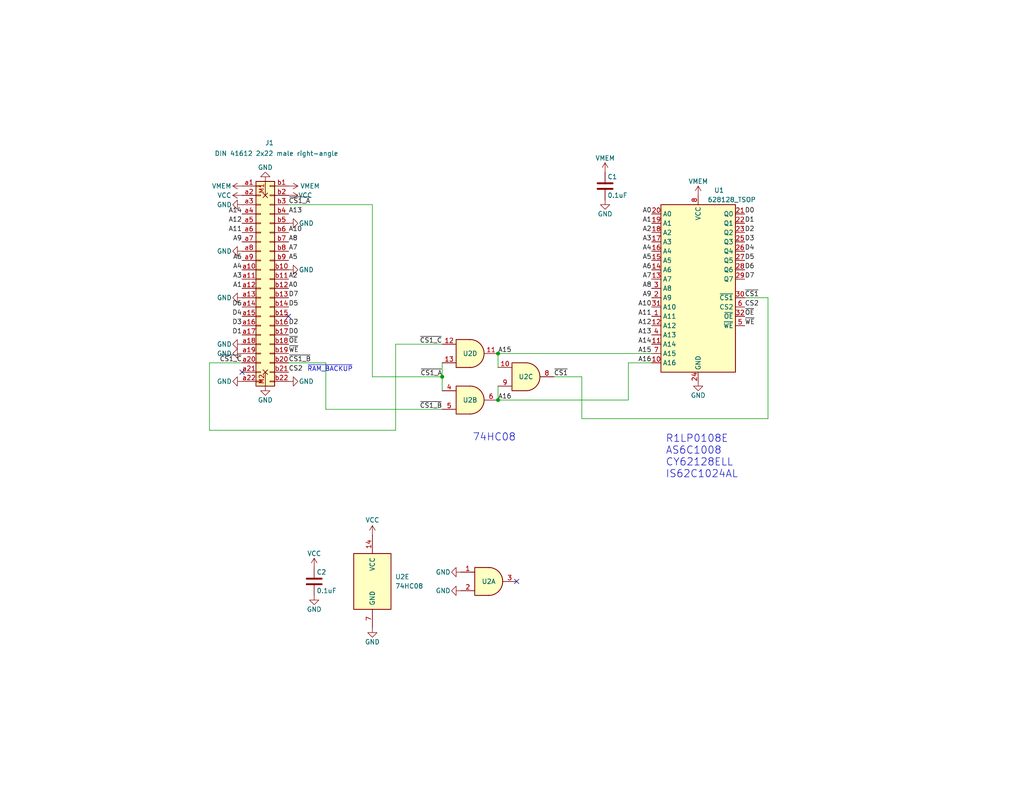
<source format=kicad_sch>
(kicad_sch (version 20211123) (generator eeschema)
  (paper "USLetter")
  (title_block (title "96K RAM for TANDY 600") (date "2022-10-29") (rev "tiny_012") (company "Brian K. White - b.kenyon.w@gmail.com") (comment 1 "CC-BY-SA") (comment 2 "Originally based on Model600Sram_v1.1 by Jayeson Lee-Steer") (comment 3 "Replaces TANDY Cat. No. 26-3910 \"OPRM\""))
  (lib_symbols
    (symbol "000_LOCAL:628128_TSOP"
      (property "Reference" "U" (at -10.16 23.495 0))
      (property "Value" "628128_TSOP" (at 2.54 23.495 0))
      (symbol "628128_TSOP_0_0"
        (pin power_in line (at 0 -25.4 90) (length 2.54) (name "GND") (number "24"))
        (pin power_in line (at 0 25.4 270) (length 2.54) (name "VCC") (number "8"))
      )
      (symbol "628128_TSOP_0_1"
        (rectangle (start -10.16 22.86) (end 10.16 -22.86) (stroke (width 0.254)) (fill (type background)))
      )
      (symbol "628128_TSOP_1_1"
        (pin input line (at -12.7 -7.62 0) (length 2.54) (name "A11") (number "1"))
        (pin input line (at -12.7 -20.32 0) (length 2.54) (name "A16") (number "10"))
        (pin input line (at -12.7 -15.24 0) (length 2.54) (name "A14") (number "11"))
        (pin input line (at -12.7 -10.16 0) (length 2.54) (name "A12") (number "12"))
        (pin input line (at -12.7 2.54 0) (length 2.54) (name "A7") (number "13"))
        (pin input line (at -12.7 5.08 0) (length 2.54) (name "A6") (number "14"))
        (pin input line (at -12.7 7.62 0) (length 2.54) (name "A5") (number "15"))
        (pin input line (at -12.7 10.16 0) (length 2.54) (name "A4") (number "16"))
        (pin input line (at -12.7 12.7 0) (length 2.54) (name "A3") (number "17"))
        (pin input line (at -12.7 15.24 0) (length 2.54) (name "A2") (number "18"))
        (pin input line (at -12.7 17.78 0) (length 2.54) (name "A1") (number "19"))
        (pin input line (at -12.7 -2.54 0) (length 2.54) (name "A9") (number "2"))
        (pin input line (at -12.7 20.32 0) (length 2.54) (name "A0") (number "20"))
        (pin tri_state line (at 12.7 20.32 180) (length 2.54) (name "Q0") (number "21"))
        (pin tri_state line (at 12.7 17.78 180) (length 2.54) (name "Q1") (number "22"))
        (pin tri_state line (at 12.7 15.24 180) (length 2.54) (name "Q2") (number "23"))
        (pin tri_state line (at 12.7 12.7 180) (length 2.54) (name "Q3") (number "25"))
        (pin tri_state line (at 12.7 10.16 180) (length 2.54) (name "Q4") (number "26"))
        (pin tri_state line (at 12.7 7.62 180) (length 2.54) (name "Q5") (number "27"))
        (pin tri_state line (at 12.7 5.08 180) (length 2.54) (name "Q6") (number "28"))
        (pin tri_state line (at 12.7 2.54 180) (length 2.54) (name "Q7") (number "29"))
        (pin input line (at -12.7 0 0) (length 2.54) (name "A8") (number "3"))
        (pin input line (at 12.7 -2.54 180) (length 2.54) (name "~{CS1}") (number "30"))
        (pin input line (at -12.7 -5.08 0) (length 2.54) (name "A10") (number "31"))
        (pin input line (at 12.7 -7.62 180) (length 2.54) (name "~{OE}") (number "32"))
        (pin input line (at -12.7 -12.7 0) (length 2.54) (name "A13") (number "4"))
        (pin input line (at 12.7 -10.16 180) (length 2.54) (name "~{WE}") (number "5"))
        (pin input line (at 12.7 -5.08 180) (length 2.54) (name "CS2") (number "6"))
        (pin input line (at -12.7 -17.78 0) (length 2.54) (name "A15") (number "7"))
        (pin no_connect line (at 10.16 -20.32 180) (length 2.54) hide (name "NC") (number "9"))
      )
    )
    (symbol "000_LOCAL:74HC08" (pin_names (offset 1.016))
      (property "Reference" "U" (at 0 1.27 0))
      (property "Value" "74HC08" (at 0 -1.27 0))
      (symbol "74HC08_1_1"
        (arc (start 0 -3.81) (mid 3.81 0) (end 0 3.81) (stroke (width 0.254)) (fill (type background)))
        (polyline (pts (xy 0 3.81) (xy -3.81 3.81) (xy -3.81 -3.81) (xy 0 -3.81)) (stroke (width 0.254)) (fill (type background)))
        (pin input line (at -7.62 2.54 0) (length 3.81) (name "~") (number "1"))
        (pin input line (at -7.62 -2.54 0) (length 3.81) (name "~") (number "2"))
        (pin output line (at 7.62 0 180) (length 3.81) (name "~") (number "3"))
      )
      (symbol "74HC08_1_2"
        (arc (start -3.81 -3.81) (mid -2.589 0) (end -3.81 3.81) (stroke (width 0.254)))
        (arc (start -0.6096 -3.81) (mid 2.1842 -2.5851) (end 3.81 0) (stroke (width 0.254)) (fill (type background)))
        (polyline (pts (xy -3.81 -3.81) (xy -0.635 -3.81)) (stroke (width 0.254)) (fill (type background)))
        (polyline (pts (xy -3.81 3.81) (xy -0.635 3.81)) (stroke (width 0.254)) (fill (type background)))
        (polyline (pts (xy -0.635 3.81) (xy -3.81 3.81) (xy -3.81 3.81) (xy -3.556 3.4036) (xy -3.0226 2.2606) (xy -2.6924 1.0414) (xy -2.6162 -0.254) (xy -2.7686 -1.4986) (xy -3.175 -2.7178) (xy -3.81 -3.81) (xy -3.81 -3.81) (xy -0.635 -3.81)) (stroke (width -25.4)) (fill (type background)))
        (arc (start 3.81 0) (mid 2.1915 2.5936) (end -0.6096 3.81) (stroke (width 0.254)) (fill (type background)))
        (pin input inverted (at -7.62 2.54 0) (length 4.318) (name "~") (number "1"))
        (pin input inverted (at -7.62 -2.54 0) (length 4.318) (name "~") (number "2"))
        (pin output inverted (at 7.62 0 180) (length 3.81) (name "~") (number "3"))
      )
      (symbol "74HC08_2_1"
        (arc (start 0 -3.81) (mid 3.81 0) (end 0 3.81) (stroke (width 0.254)) (fill (type background)))
        (polyline (pts (xy 0 3.81) (xy -3.81 3.81) (xy -3.81 -3.81) (xy 0 -3.81)) (stroke (width 0.254)) (fill (type background)))
        (pin input line (at -7.62 2.54 0) (length 3.81) (name "~") (number "4"))
        (pin input line (at -7.62 -2.54 0) (length 3.81) (name "~") (number "5"))
        (pin output line (at 7.62 0 180) (length 3.81) (name "~") (number "6"))
      )
      (symbol "74HC08_2_2"
        (arc (start -3.81 -3.81) (mid -2.589 0) (end -3.81 3.81) (stroke (width 0.254)))
        (arc (start -0.6096 -3.81) (mid 2.1842 -2.5851) (end 3.81 0) (stroke (width 0.254)) (fill (type background)))
        (polyline (pts (xy -3.81 -3.81) (xy -0.635 -3.81)) (stroke (width 0.254)) (fill (type background)))
        (polyline (pts (xy -3.81 3.81) (xy -0.635 3.81)) (stroke (width 0.254)) (fill (type background)))
        (polyline (pts (xy -0.635 3.81) (xy -3.81 3.81) (xy -3.81 3.81) (xy -3.556 3.4036) (xy -3.0226 2.2606) (xy -2.6924 1.0414) (xy -2.6162 -0.254) (xy -2.7686 -1.4986) (xy -3.175 -2.7178) (xy -3.81 -3.81) (xy -3.81 -3.81) (xy -0.635 -3.81)) (stroke (width -25.4)) (fill (type background)))
        (arc (start 3.81 0) (mid 2.1915 2.5936) (end -0.6096 3.81) (stroke (width 0.254)) (fill (type background)))
        (pin input inverted (at -7.62 2.54 0) (length 4.318) (name "~") (number "4"))
        (pin input inverted (at -7.62 -2.54 0) (length 4.318) (name "~") (number "5"))
        (pin output inverted (at 7.62 0 180) (length 3.81) (name "~") (number "6"))
      )
      (symbol "74HC08_3_1"
        (arc (start 0 -3.81) (mid 3.81 0) (end 0 3.81) (stroke (width 0.254)) (fill (type background)))
        (polyline (pts (xy 0 3.81) (xy -3.81 3.81) (xy -3.81 -3.81) (xy 0 -3.81)) (stroke (width 0.254)) (fill (type background)))
        (pin input line (at -7.62 -2.54 0) (length 3.81) (name "~") (number "10"))
        (pin output line (at 7.62 0 180) (length 3.81) (name "~") (number "8"))
        (pin input line (at -7.62 2.54 0) (length 3.81) (name "~") (number "9"))
      )
      (symbol "74HC08_3_2"
        (arc (start -3.81 -3.81) (mid -2.589 0) (end -3.81 3.81) (stroke (width 0.254)))
        (arc (start -0.6096 -3.81) (mid 2.1842 -2.5851) (end 3.81 0) (stroke (width 0.254)) (fill (type background)))
        (polyline (pts (xy -3.81 -3.81) (xy -0.635 -3.81)) (stroke (width 0.254)) (fill (type background)))
        (polyline (pts (xy -3.81 3.81) (xy -0.635 3.81)) (stroke (width 0.254)) (fill (type background)))
        (polyline (pts (xy -0.635 3.81) (xy -3.81 3.81) (xy -3.81 3.81) (xy -3.556 3.4036) (xy -3.0226 2.2606) (xy -2.6924 1.0414) (xy -2.6162 -0.254) (xy -2.7686 -1.4986) (xy -3.175 -2.7178) (xy -3.81 -3.81) (xy -3.81 -3.81) (xy -0.635 -3.81)) (stroke (width -25.4)) (fill (type background)))
        (arc (start 3.81 0) (mid 2.1915 2.5936) (end -0.6096 3.81) (stroke (width 0.254)) (fill (type background)))
        (pin input inverted (at -7.62 -2.54 0) (length 4.318) (name "~") (number "10"))
        (pin output inverted (at 7.62 0 180) (length 3.81) (name "~") (number "8"))
        (pin input inverted (at -7.62 2.54 0) (length 4.318) (name "~") (number "9"))
      )
      (symbol "74HC08_4_1"
        (arc (start 0 -3.81) (mid 3.81 0) (end 0 3.81) (stroke (width 0.254)) (fill (type background)))
        (polyline (pts (xy 0 3.81) (xy -3.81 3.81) (xy -3.81 -3.81) (xy 0 -3.81)) (stroke (width 0.254)) (fill (type background)))
        (pin output line (at 7.62 0 180) (length 3.81) (name "~") (number "11"))
        (pin input line (at -7.62 2.54 0) (length 3.81) (name "~") (number "12"))
        (pin input line (at -7.62 -2.54 0) (length 3.81) (name "~") (number "13"))
      )
      (symbol "74HC08_4_2"
        (arc (start -3.81 -3.81) (mid -2.589 0) (end -3.81 3.81) (stroke (width 0.254)))
        (arc (start -0.6096 -3.81) (mid 2.1842 -2.5851) (end 3.81 0) (stroke (width 0.254)) (fill (type background)))
        (polyline (pts (xy -3.81 -3.81) (xy -0.635 -3.81)) (stroke (width 0.254)) (fill (type background)))
        (polyline (pts (xy -3.81 3.81) (xy -0.635 3.81)) (stroke (width 0.254)) (fill (type background)))
        (polyline (pts (xy -0.635 3.81) (xy -3.81 3.81) (xy -3.81 3.81) (xy -3.556 3.4036) (xy -3.0226 2.2606) (xy -2.6924 1.0414) (xy -2.6162 -0.254) (xy -2.7686 -1.4986) (xy -3.175 -2.7178) (xy -3.81 -3.81) (xy -3.81 -3.81) (xy -0.635 -3.81)) (stroke (width -25.4)) (fill (type background)))
        (arc (start 3.81 0) (mid 2.1915 2.5936) (end -0.6096 3.81) (stroke (width 0.254)) (fill (type background)))
        (pin output inverted (at 7.62 0 180) (length 3.81) (name "~") (number "11"))
        (pin input inverted (at -7.62 2.54 0) (length 4.318) (name "~") (number "12"))
        (pin input inverted (at -7.62 -2.54 0) (length 4.318) (name "~") (number "13"))
      )
      (symbol "74HC08_5_0"
        (pin power_in line (at 0 12.7 270) (length 5.08) (name "VCC") (number "14"))
        (pin power_in line (at 0 -12.7 90) (length 5.08) (name "GND") (number "7"))
      )
      (symbol "74HC08_5_1"
        (rectangle (start -5.08 7.62) (end 5.08 -7.62) (stroke (width 0.254)) (fill (type background)))
      )
    )
    (symbol "000_LOCAL:C" (pin_numbers hide) (pin_names (offset 0.254))
      (property "Reference" "C" (at 0.635 2.54 0))
      (property "Value" "C" (at 0.635 -2.54 0))
      (symbol "C_0_1"
        (polyline (pts (xy -2.032 -0.762) (xy 2.032 -0.762)) (stroke (width 0.508)))
        (polyline (pts (xy -2.032 0.762) (xy 2.032 0.762)) (stroke (width 0.508)))
      )
      (symbol "C_1_1"
        (pin passive line (at 0 3.81 270) (length 2.794) (name "~") (number "1"))
        (pin passive line (at 0 -3.81 90) (length 2.794) (name "~") (number "2"))
      )
    )
    (symbol "000_LOCAL:DIN_41612_02x22" (pin_names (offset 1.016) hide)
      (property "Reference" "J" (at -4.0132 30.1752 0))
      (property "Value" "DIN_41612_02x22" (at 17.5768 30.0736 0))
      (symbol "DIN_41612_02x22_1_1"
        (rectangle (start -2.54 -26.543) (end -1.27 -26.797) (stroke (width 0.1524)))
        (rectangle (start -2.54 -24.003) (end -1.27 -24.257) (stroke (width 0.1524)))
        (rectangle (start -2.54 -21.463) (end -1.27 -21.717) (stroke (width 0.1524)))
        (rectangle (start -2.54 -18.923) (end -1.27 -19.177) (stroke (width 0.1524)))
        (rectangle (start -2.54 -16.383) (end -1.27 -16.637) (stroke (width 0.1524)))
        (rectangle (start -2.54 -13.843) (end -1.27 -14.097) (stroke (width 0.1524)))
        (rectangle (start -2.54 -11.303) (end -1.27 -11.557) (stroke (width 0.1524)))
        (rectangle (start -2.54 -8.763) (end -1.27 -9.017) (stroke (width 0.1524)))
        (rectangle (start -2.54 -6.223) (end -1.27 -6.477) (stroke (width 0.1524)))
        (rectangle (start -2.54 -3.683) (end -1.27 -3.937) (stroke (width 0.1524)))
        (rectangle (start -2.54 -1.143) (end -1.27 -1.397) (stroke (width 0.1524)))
        (rectangle (start -2.54 1.397) (end -1.27 1.143) (stroke (width 0.1524)))
        (rectangle (start -2.54 3.937) (end -1.27 3.683) (stroke (width 0.1524)))
        (rectangle (start -2.54 6.477) (end -1.27 6.223) (stroke (width 0.1524)))
        (rectangle (start -2.54 9.017) (end -1.27 8.763) (stroke (width 0.1524)))
        (rectangle (start -2.54 11.557) (end -1.27 11.303) (stroke (width 0.1524)))
        (rectangle (start -2.54 14.097) (end -1.27 13.843) (stroke (width 0.1524)))
        (rectangle (start -2.54 16.637) (end -1.27 16.383) (stroke (width 0.1524)))
        (rectangle (start -2.54 19.177) (end -1.27 18.923) (stroke (width 0.1524)))
        (rectangle (start -2.54 21.717) (end -1.27 21.463) (stroke (width 0.1524)))
        (rectangle (start -2.54 24.257) (end -1.27 24.003) (stroke (width 0.1524)))
        (rectangle (start -2.54 26.797) (end -1.27 26.543) (stroke (width 0.1524)))
        (rectangle (start -2.54 27.94) (end 2.54 -27.94) (stroke (width 0.254)) (fill (type background)))
        (rectangle (start 2.54 -26.543) (end 1.27 -26.797) (stroke (width 0.1524)))
        (rectangle (start 2.54 -24.003) (end 1.27 -24.257) (stroke (width 0.1524)))
        (rectangle (start 2.54 -21.463) (end 1.27 -21.717) (stroke (width 0.1524)))
        (rectangle (start 2.54 -18.923) (end 1.27 -19.177) (stroke (width 0.1524)))
        (rectangle (start 2.54 -16.383) (end 1.27 -16.637) (stroke (width 0.1524)))
        (rectangle (start 2.54 -13.843) (end 1.27 -14.097) (stroke (width 0.1524)))
        (rectangle (start 2.54 -11.303) (end 1.27 -11.557) (stroke (width 0.1524)))
        (rectangle (start 2.54 -8.763) (end 1.27 -9.017) (stroke (width 0.1524)))
        (rectangle (start 2.54 -6.223) (end 1.27 -6.477) (stroke (width 0.1524)))
        (rectangle (start 2.54 -3.683) (end 1.27 -3.937) (stroke (width 0.1524)))
        (rectangle (start 2.54 -1.143) (end 1.27 -1.397) (stroke (width 0.1524)))
        (rectangle (start 2.54 1.397) (end 1.27 1.143) (stroke (width 0.1524)))
        (rectangle (start 2.54 3.937) (end 1.27 3.683) (stroke (width 0.1524)))
        (rectangle (start 2.54 6.477) (end 1.27 6.223) (stroke (width 0.1524)))
        (rectangle (start 2.54 9.017) (end 1.27 8.763) (stroke (width 0.1524)))
        (rectangle (start 2.54 11.557) (end 1.27 11.303) (stroke (width 0.1524)))
        (rectangle (start 2.54 14.097) (end 1.27 13.843) (stroke (width 0.1524)))
        (rectangle (start 2.54 16.637) (end 1.27 16.383) (stroke (width 0.1524)))
        (rectangle (start 2.54 19.177) (end 1.27 18.923) (stroke (width 0.1524)))
        (rectangle (start 2.54 21.717) (end 1.27 21.463) (stroke (width 0.1524)))
        (rectangle (start 2.54 24.257) (end 1.27 24.003) (stroke (width 0.1524)))
        (rectangle (start 2.54 26.797) (end 1.27 26.543) (stroke (width 0.1524)))
        (pin passive non_logic (at 0 27.94 270) (length 3.81) (name "mount") (number "M1"))
        (pin passive non_logic (at 0 -27.94 90) (length 3.81) (name "mount") (number "M2"))
        (pin passive line (at -6.35 26.67 0) (length 3.81) (name "a1") (number "a1"))
        (pin passive line (at -6.35 3.81 0) (length 3.81) (name "a10") (number "a10"))
        (pin passive line (at -6.35 1.27 0) (length 3.81) (name "a11") (number "a11"))
        (pin passive line (at -6.35 -1.27 0) (length 3.81) (name "a12") (number "a12"))
        (pin passive line (at -6.35 -3.81 0) (length 3.81) (name "a13") (number "a13"))
        (pin passive line (at -6.35 -6.35 0) (length 3.81) (name "a14") (number "a14"))
        (pin passive line (at -6.35 -8.89 0) (length 3.81) (name "a15") (number "a15"))
        (pin passive line (at -6.35 -11.43 0) (length 3.81) (name "a16") (number "a16"))
        (pin passive line (at -6.35 -13.97 0) (length 3.81) (name "a17") (number "a17"))
        (pin passive line (at -6.35 -16.51 0) (length 3.81) (name "a18") (number "a18"))
        (pin passive line (at -6.35 -19.05 0) (length 3.81) (name "a19") (number "a19"))
        (pin passive line (at -6.35 24.13 0) (length 3.81) (name "a2") (number "a2"))
        (pin passive line (at -6.35 -21.59 0) (length 3.81) (name "a20") (number "a20"))
        (pin passive line (at -6.35 -24.13 0) (length 3.81) (name "a21") (number "a21"))
        (pin passive line (at -6.35 -26.67 0) (length 3.81) (name "a22") (number "a22"))
        (pin passive line (at -6.35 21.59 0) (length 3.81) (name "a3") (number "a3"))
        (pin passive line (at -6.35 19.05 0) (length 3.81) (name "a4") (number "a4"))
        (pin passive line (at -6.35 16.51 0) (length 3.81) (name "a5") (number "a5"))
        (pin passive line (at -6.35 13.97 0) (length 3.81) (name "a6") (number "a6"))
        (pin passive line (at -6.35 11.43 0) (length 3.81) (name "a7") (number "a7"))
        (pin passive line (at -6.35 8.89 0) (length 3.81) (name "a8") (number "a8"))
        (pin passive line (at -6.35 6.35 0) (length 3.81) (name "a9") (number "a9"))
        (pin passive line (at 6.35 26.67 180) (length 3.81) (name "b1") (number "b1"))
        (pin passive line (at 6.35 3.81 180) (length 3.81) (name "b10") (number "b10"))
        (pin passive line (at 6.35 1.27 180) (length 3.81) (name "b11") (number "b11"))
        (pin passive line (at 6.35 -1.27 180) (length 3.81) (name "b12") (number "b12"))
        (pin passive line (at 6.35 -3.81 180) (length 3.81) (name "b13") (number "b13"))
        (pin passive line (at 6.35 -6.35 180) (length 3.81) (name "b14") (number "b14"))
        (pin passive line (at 6.35 -8.89 180) (length 3.81) (name "b15") (number "b15"))
        (pin passive line (at 6.35 -11.43 180) (length 3.81) (name "b16") (number "b16"))
        (pin passive line (at 6.35 -13.97 180) (length 3.81) (name "b17") (number "b17"))
        (pin passive line (at 6.35 -16.51 180) (length 3.81) (name "b18") (number "b18"))
        (pin passive line (at 6.35 -19.05 180) (length 3.81) (name "b19") (number "b19"))
        (pin passive line (at 6.35 24.13 180) (length 3.81) (name "b2") (number "b2"))
        (pin passive line (at 6.35 -21.59 180) (length 3.81) (name "b20") (number "b20"))
        (pin passive line (at 6.35 -24.13 180) (length 3.81) (name "b21") (number "b21"))
        (pin passive line (at 6.35 -26.67 180) (length 3.81) (name "b22") (number "b22"))
        (pin passive line (at 6.35 21.59 180) (length 3.81) (name "b3") (number "b3"))
        (pin passive line (at 6.35 19.05 180) (length 3.81) (name "b4") (number "b4"))
        (pin passive line (at 6.35 16.51 180) (length 3.81) (name "b5") (number "b5"))
        (pin passive line (at 6.35 13.97 180) (length 3.81) (name "b6") (number "b6"))
        (pin passive line (at 6.35 11.43 180) (length 3.81) (name "b7") (number "b7"))
        (pin passive line (at 6.35 8.89 180) (length 3.81) (name "b8") (number "b8"))
        (pin passive line (at 6.35 6.35 180) (length 3.81) (name "b9") (number "b9"))
      )
    )
    (symbol "000_LOCAL:GND" (power) (pin_names (offset 0))
      (property "Value" "GND" (at 0 -3.81 0))
      (symbol "GND_0_1"
        (polyline (pts (xy 0 0) (xy 0 -1.27) (xy 1.27 -1.27) (xy 0 -2.54) (xy -1.27 -1.27) (xy 0 -1.27)))
      )
      (symbol "GND_1_1"
        (pin power_in line (at 0 0 270) (length 0) hide (name "GND") (number "1"))
      )
    )
    (symbol "000_LOCAL:VCC" (power) (pin_names (offset 0))
      (property "Value" "VCC" (at 0 3.81 0))
      (symbol "VCC_0_1"
        (polyline (pts (xy -0.762 1.27) (xy 0 2.54)))
        (polyline (pts (xy 0 0) (xy 0 2.54)))
        (polyline (pts (xy 0 2.54) (xy 0.762 1.27)))
      )
      (symbol "VCC_1_1"
        (pin power_in line (at 0 0 90) (length 0) hide (name "VCC") (number "1"))
      )
    )
    (symbol "000_LOCAL:VMEM" (power) (pin_names (offset 0))
      (property "Value" "VMEM" (at 0 3.81 0))
      (symbol "VMEM_0_1"
        (polyline (pts (xy -0.762 1.27) (xy 0 2.54)))
        (polyline (pts (xy 0 0) (xy 0 2.54)))
        (polyline (pts (xy 0 2.54) (xy 0.762 1.27)))
      )
      (symbol "VMEM_1_1"
        (pin power_in line (at 0 0 90) (length 0) hide (name "VMEM") (number "1"))
      )
    )
  )
  (junction (at 135.89 96.52))
  (junction (at 135.89 109.22))
  (junction (at 120.65 102.87))
  (no_connect (at 140.97 158.75))
  (no_connect (at 66.04 101.6))
  (no_connect (at 78.74 86.36))
  (wire (pts (xy 203.2 81.28) (xy 209.55 81.28)))
  (wire (pts (xy 158.75 114.3) (xy 209.55 114.3)))
  (wire (pts (xy 78.74 55.88) (xy 101.6 55.88)))
  (wire (pts (xy 171.45 109.22) (xy 171.45 99.06)))
  (wire (pts (xy 88.9 111.76) (xy 120.65 111.76)))
  (wire (pts (xy 209.55 81.28) (xy 209.55 114.3)))
  (wire (pts (xy 107.95 93.98) (xy 107.95 117.475)))
  (wire (pts (xy 158.75 102.87) (xy 158.75 114.3)))
  (wire (pts (xy 171.45 99.06) (xy 177.8 99.06)))
  (wire (pts (xy 101.6 55.88) (xy 101.6 102.87)))
  (wire (pts (xy 135.89 96.52) (xy 177.8 96.52)))
  (wire (pts (xy 135.89 109.22) (xy 171.45 109.22)))
  (wire (pts (xy 57.15 117.475) (xy 107.95 117.475)))
  (wire (pts (xy 120.65 99.06) (xy 120.65 102.87)))
  (wire (pts (xy 135.89 105.41) (xy 135.89 109.22)))
  (wire (pts (xy 78.74 99.06) (xy 88.9 99.06)))
  (wire (pts (xy 107.95 93.98) (xy 120.65 93.98)))
  (wire (pts (xy 88.9 99.06) (xy 88.9 111.76)))
  (wire (pts (xy 158.75 102.87) (xy 151.13 102.87)))
  (wire (pts (xy 135.89 96.52) (xy 135.89 100.33)))
  (wire (pts (xy 120.65 102.87) (xy 120.65 106.68)))
  (wire (pts (xy 66.04 99.06) (xy 57.15 99.06)))
  (wire (pts (xy 57.15 99.06) (xy 57.15 117.475)))
  (wire (pts (xy 101.6 102.87) (xy 120.65 102.87)))
  (text "~{RAM_BACKUP}" (at 83.82 101.6 0) (effects (font (size 1.27 1.27)) (justify left bottom)))
  (text "R1LP0108E\nAS6C1008\nCY62128ELL\nIS62C1024AL\n" (at 181.61 130.683 0) (effects (font (size 2 2)) (justify left bottom)))
  (text "74HC08\n" (at 128.905 120.65 0) (effects (font (size 2 2)) (justify left bottom)))
  (label "D2" (at 78.74 88.9 0))
  (label "~{CS1_C}" (at 66.04 99.06 180))
  (label "A13" (at 78.74 58.42 0))
  (label "A15" (at 135.89 96.52 0))
  (label "A12" (at 66.04 60.96 180))
  (label "D6" (at 66.04 83.82 180))
  (label "A13" (at 177.8 91.44 180))
  (label "A7" (at 177.8 76.2 180))
  (label "A16" (at 135.89 109.22 0))
  (label "A1" (at 177.8 60.96 180))
  (label "~{WE}" (at 203.2 88.9 0))
  (label "A4" (at 66.04 73.66 180))
  (label "A3" (at 66.04 76.2 180))
  (label "A4" (at 177.8 68.58 180))
  (label "~{CS1_A}" (at 120.65 102.87 180))
  (label "A12" (at 177.8 88.9 180))
  (label "A9" (at 177.8 81.28 180))
  (label "D0" (at 203.2 58.42 0))
  (label "D0" (at 78.74 91.44 0))
  (label "D7" (at 78.74 81.28 0))
  (label "CS2" (at 78.74 101.6 0))
  (label "A2" (at 78.74 76.2 0))
  (label "D5" (at 203.2 71.12 0))
  (label "A5" (at 177.8 71.12 180))
  (label "A1" (at 66.04 78.74 180))
  (label "~{CS1_A}" (at 78.74 55.88 0))
  (label "CS2" (at 203.2 83.82 0))
  (label "D4" (at 66.04 86.36 180))
  (label "A11" (at 177.8 86.36 180))
  (label "A16" (at 177.8 99.06 180))
  (label "D1" (at 66.04 91.44 180))
  (label "A10" (at 177.8 83.82 180))
  (label "A3" (at 177.8 66.04 180))
  (label "~{CS1_B}" (at 78.74 99.06 0))
  (label "~{CS1_C}" (at 120.65 93.98 180))
  (label "D5" (at 78.74 83.82 0))
  (label "A6" (at 66.04 71.12 180))
  (label "A5" (at 78.74 71.12 0))
  (label "~{OE}" (at 78.74 93.98 0))
  (label "A0" (at 78.74 78.74 0))
  (label "A8" (at 78.74 66.04 0))
  (label "~{CS1}" (at 151.13 102.87 0))
  (label "D1" (at 203.2 60.96 0))
  (label "D3" (at 66.04 88.9 180))
  (label "A14" (at 177.8 93.98 180))
  (label "A10" (at 78.74 63.5 0))
  (label "A11" (at 66.04 63.5 180))
  (label "A2" (at 177.8 63.5 180))
  (label "D7" (at 203.2 76.2 0))
  (label "A14" (at 66.04 58.42 180))
  (label "A8" (at 177.8 78.74 180))
  (label "D2" (at 203.2 63.5 0))
  (label "D3" (at 203.2 66.04 0))
  (label "A7" (at 78.74 68.58 0))
  (label "A15" (at 177.8 96.52 180))
  (label "~{CS1_B}" (at 120.65 111.76 180))
  (label "A0" (at 177.8 58.42 180))
  (label "A9" (at 66.04 66.04 180))
  (label "~{OE}" (at 203.2 86.36 0))
  (label "A6" (at 177.8 73.66 180))
  (label "~{CS1}" (at 203.2 81.28 0))
  (label "D4" (at 203.2 68.58 0))
  (label "D6" (at 203.2 73.66 0))
  (label "~{WE}" (at 78.74 96.52 0))
  (symbol (lib_id "000_LOCAL:C") (at 165.1 50.8 0) (unit 1)
    (property "Reference" "C1" (at 165.735 48.26 0) (effects (justify left)))
    (property "Value" "0.1uF" (at 165.735 53.34 0) (effects (justify left)))
    (property "Footprint" "000_LOCAL:C_0805" (effects hide))
  )
  (symbol (lib_id "000_LOCAL:C") (at 85.725 158.75 0) (unit 1)
    (property "Reference" "C2" (at 86.36 156.21 0) (effects (justify left)))
    (property "Value" "0.1uF" (at 86.36 161.29 0) (effects (justify left)))
    (property "Footprint" "000_LOCAL:C_0805" (effects hide))
  )
  (symbol (lib_id "000_LOCAL:DIN_41612_02x22") (at 72.39 77.47 0) (unit 1)
    (property "Reference" "J1" (at 73.533 38.989 0))
    (property "Value" "DIN 41612 2x22 male right-angle" (at 75.438 41.91 0))
    (property "Footprint" "000_LOCAL:DIN-41612_02x22_male_horizontal" (effects hide))
  )
  (symbol (lib_id "000_LOCAL:VCC") (at 85.725 154.94 0) (unit 1)
    (property "Reference" "#PWR0104" (effects hide))
    (property "Value" "VCC" (at 85.725 151.13 0))
  )
  (symbol (lib_id "000_LOCAL:VMEM") (at 66.04 50.8 90) (unit 1)
    (property "Reference" "#PWR0101" (effects hide))
    (property "Value" "VMEM" (at 60.452 50.8 90))
  )
  (symbol (lib_id "000_LOCAL:VMEM") (at 78.74 50.8 270) (unit 1)
    (property "Reference" "#PWR0102" (effects hide))
    (property "Value" "VMEM" (at 84.582 50.8 90))
  )
  (symbol (lib_id "000_LOCAL:VCC") (at 66.04 53.34 90) (unit 1)
    (property "Reference" "#PWR0103" (effects hide))
    (property "Value" "VCC" (at 61.214 53.34 90))
  )
  (symbol (lib_id "000_LOCAL:VCC") (at 78.74 53.34 270) (unit 1)
    (property "Reference" "#PWR0108" (effects hide))
    (property "Value" "VCC" (at 83.312 53.34 90))
  )
  (symbol (lib_id "000_LOCAL:GND") (at 85.725 162.56 0) (unit 1)
    (property "Reference" "#PWR0105" (effects hide))
    (property "Value" "GND" (at 85.725 166.37 0))
  )
  (symbol (lib_id "000_LOCAL:GND") (at 165.1 54.61 0) (unit 1)
    (property "Reference" "#PWR0106" (effects hide))
    (property "Value" "GND" (at 165.1 58.42 0))
  )
  (symbol (lib_id "000_LOCAL:VMEM") (at 165.1 46.99 0) (unit 1)
    (property "Reference" "#PWR0107" (effects hide))
    (property "Value" "VMEM" (at 165.1 43.18 0))
  )
  (symbol (lib_id "000_LOCAL:GND") (at 78.74 60.96 90) (unit 1)
    (property "Reference" "#PWR0109" (effects hide))
    (property "Value" "GND" (at 83.566 60.96 90))
  )
  (symbol (lib_id "000_LOCAL:GND") (at 78.74 73.66 90) (unit 1)
    (property "Reference" "#PWR0110" (effects hide))
    (property "Value" "GND" (at 83.566 73.66 90))
  )
  (symbol (lib_id "000_LOCAL:VMEM") (at 190.5 53.34 0) (unit 1)
    (property "Reference" "#PWR0115" (effects hide))
    (property "Value" "VMEM" (at 190.5 49.53 0))
  )
  (symbol (lib_id "000_LOCAL:GND") (at 78.74 104.14 90) (unit 1)
    (property "Reference" "#PWR0111" (effects hide))
    (property "Value" "GND" (at 83.566 104.14 90))
  )
  (symbol (lib_id "000_LOCAL:GND") (at 66.04 55.88 270) (unit 1)
    (property "Reference" "#PWR0112" (effects hide))
    (property "Value" "GND" (at 61.214 55.88 90))
  )
  (symbol (lib_id "000_LOCAL:GND") (at 66.04 68.58 270) (unit 1)
    (property "Reference" "#PWR0116" (effects hide))
    (property "Value" "GND" (at 61.214 68.58 90))
  )
  (symbol (lib_id "000_LOCAL:GND") (at 66.04 81.28 270) (unit 1)
    (property "Reference" "#PWR0117" (effects hide))
    (property "Value" "GND" (at 61.214 81.28 90))
  )
  (symbol (lib_id "000_LOCAL:GND") (at 66.04 93.98 270) (unit 1)
    (property "Reference" "#PWR0118" (effects hide))
    (property "Value" "GND" (at 61.214 93.98 90))
  )
  (symbol (lib_id "000_LOCAL:GND") (at 66.04 96.52 270) (unit 1)
    (property "Reference" "#PWR0119" (effects hide))
    (property "Value" "GND" (at 61.214 96.52 90))
  )
  (symbol (lib_id "000_LOCAL:GND") (at 66.04 104.14 270) (unit 1)
    (property "Reference" "#PWR0120" (effects hide))
    (property "Value" "GND" (at 61.214 104.14 90))
  )
  (symbol (lib_id "000_LOCAL:628128_TSOP") (at 190.5 78.74 0) (unit 1)
    (property "Reference" "U1" (at 196.215 51.943 0))
    (property "Value" "628128_TSOP" (at 193.04 55.245 0) (effects (justify left bottom)))
    (property "Footprint" "000_LOCAL:TSOP32-dual" (effects hide))
    (property "Datasheet" "http://www.futurlec.com/Datasheet/Memory/628128.pdf" (effects hide))
  )
  (symbol (lib_id "000_LOCAL:GND") (at 72.39 105.41 0) (unit 1)
    (property "Reference" "#PWR0126" (effects hide))
    (property "Value" "GND" (at 72.39 109.22 0))
  )
  (symbol (lib_id "000_LOCAL:GND") (at 125.73 156.21 270) (unit 1)
    (property "Reference" "#PWR0122" (effects hide))
    (property "Value" "GND" (at 120.904 156.21 90))
  )
  (symbol (lib_id "000_LOCAL:74HC08") (at 128.27 109.22 0) (unit 2)
    (property "Reference" "U2" (at 128.27 109.22 0))
    (property "Value" "74HC08" (effects hide))
    (property "Footprint" "000_LOCAL:TSSOP-14_4.4x5mm_P0.65mm" (effects hide))
    (property "Datasheet" "https://assets.nexperia.com/documents/data-sheet/74HC_HCT08.pdf" (effects hide))
  )
  (symbol (lib_id "000_LOCAL:GND") (at 72.39 49.53 0) (mirror x) (unit 1)
    (property "Reference" "#PWR0127" (effects hide))
    (property "Value" "GND" (at 72.39 45.72 0))
  )
  (symbol (lib_id "000_LOCAL:VCC") (at 101.6 146.05 0) (unit 1)
    (property "Reference" "#PWR0113" (effects hide))
    (property "Value" "VCC" (at 101.6 141.986 0))
  )
  (symbol (lib_id "000_LOCAL:GND") (at 190.5 104.14 0) (unit 1)
    (property "Reference" "#PWR0121" (effects hide))
    (property "Value" "GND" (at 190.5 107.95 0))
  )
  (symbol (lib_id "000_LOCAL:74HC08") (at 128.27 96.52 0) (unit 4)
    (property "Reference" "U2" (at 128.27 96.52 0))
    (property "Value" "74HC08" (effects hide))
    (property "Footprint" "000_LOCAL:TSSOP-14_4.4x5mm_P0.65mm" (effects hide))
    (property "Datasheet" "https://assets.nexperia.com/documents/data-sheet/74HC_HCT08.pdf" (effects hide))
  )
  (symbol (lib_id "000_LOCAL:74HC08") (at 133.35 158.75 0) (unit 1)
    (property "Reference" "U2" (at 133.35 158.75 0))
    (property "Value" "74HC08" (effects hide))
    (property "Footprint" "000_LOCAL:TSSOP-14_4.4x5mm_P0.65mm" (effects hide))
    (property "Datasheet" "https://assets.nexperia.com/documents/data-sheet/74HC_HCT08.pdf" (effects hide))
  )
  (symbol (lib_id "000_LOCAL:GND") (at 125.73 161.29 270) (unit 1)
    (property "Reference" "#PWR0123" (effects hide))
    (property "Value" "GND" (at 120.904 161.29 90))
  )
  (symbol (lib_id "000_LOCAL:74HC08") (at 101.6 158.75 0) (unit 5)
    (property "Reference" "U2" (at 107.823 157.4799 0) (effects (justify left)))
    (property "Value" "74HC08" (at 107.823 160.0199 0) (effects (justify left)))
    (property "Footprint" "000_LOCAL:TSSOP-14_4.4x5mm_P0.65mm" (effects hide))
    (property "Datasheet" "https://assets.nexperia.com/documents/data-sheet/74HC_HCT08.pdf" (effects hide))
  )
  (symbol (lib_id "000_LOCAL:GND") (at 101.6 171.45 0) (unit 1)
    (property "Reference" "#PWR0114" (effects hide))
    (property "Value" "GND" (at 101.6 175.26 0))
  )
  (symbol (lib_id "000_LOCAL:74HC08") (at 143.51 102.87 0) (mirror x) (unit 3)
    (property "Reference" "U2" (at 143.51 102.87 0))
    (property "Value" "74HC08" (effects hide))
    (property "Footprint" "000_LOCAL:TSSOP-14_4.4x5mm_P0.65mm" (effects hide))
    (property "Datasheet" "https://assets.nexperia.com/documents/data-sheet/74HC_HCT08.pdf" (effects hide))
  )
)
</source>
